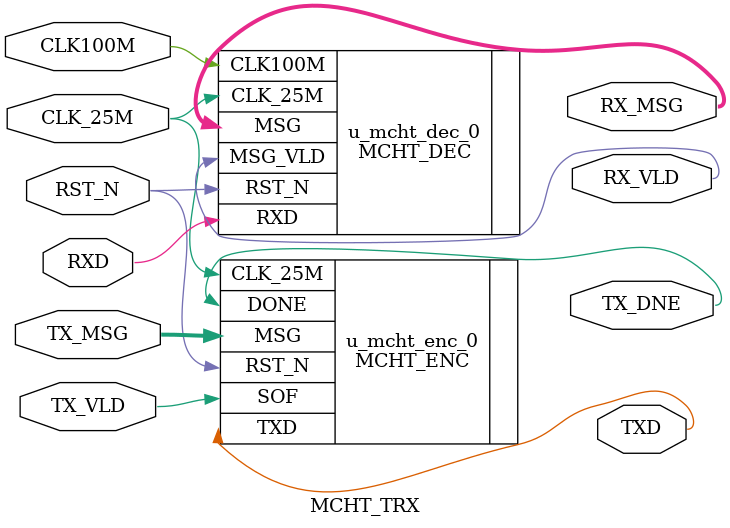
<source format=sv>
module MCHT_TRX #(parameter pTX_MSG_LEN = 16,
                            pRX_MSG_LEN = 16)
(
  // I/O
  output  logic                   TXD,
  input   wire                    RXD,

  // Tx
  input   wire                    TX_VLD,
  input   wire  [pTX_MSG_LEN-1:0] TX_MSG,
  output  wire                    TX_DNE, 
 
  // Rx
  output  logic [pRX_MSG_LEN-1:0] RX_MSG,
  output  logic                   RX_VLD,

  // -----
  input   wire                    CLK_25M,
  input   wire                    CLK100M,
  input   wire                    RST_N
);



  defparam u_mcht_enc_0.pMSG_LEN = pTX_MSG_LEN;
  MCHT_ENC u_mcht_enc_0 (
                         .SOF        ( TX_VLD ),     // I
                         .MSG        ( TX_MSG ),     // I pMSG_LEN
                         .DONE       ( TX_DNE ),     // O
                         .TXD        ( TXD ),        // O
                         .CLK_25M    ( CLK_25M ),    // I
                         .RST_N      ( RST_N )       // I
                        );
  
  
  defparam u_mcht_dec_0.pMSG_LEN = pRX_MSG_LEN;
  MCHT_DEC u_mcht_dec_0 (
                         .MSG        ( RX_MSG ),     // O pMSG_LEN
                         .MSG_VLD    ( RX_VLD ),     // O
                         .RXD        ( RXD ),        // I
                         .CLK_25M    ( CLK_25M ),    // I
                         .CLK100M    ( CLK100M ),    // I
                         .RST_N      ( RST_N )       // I
                        );



endmodule // MCHT_TRX

</source>
